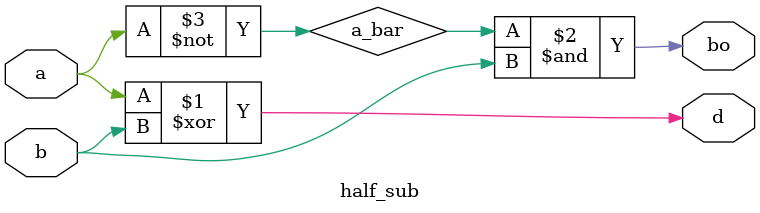
<source format=v>
`timescale 1ns / 1ps


module half_sub(output d,bo, input a,b);
wire a_bar;
xor (d,a,b);
not(a_bar,a);
and(bo,a_bar,b);
endmodule

</source>
